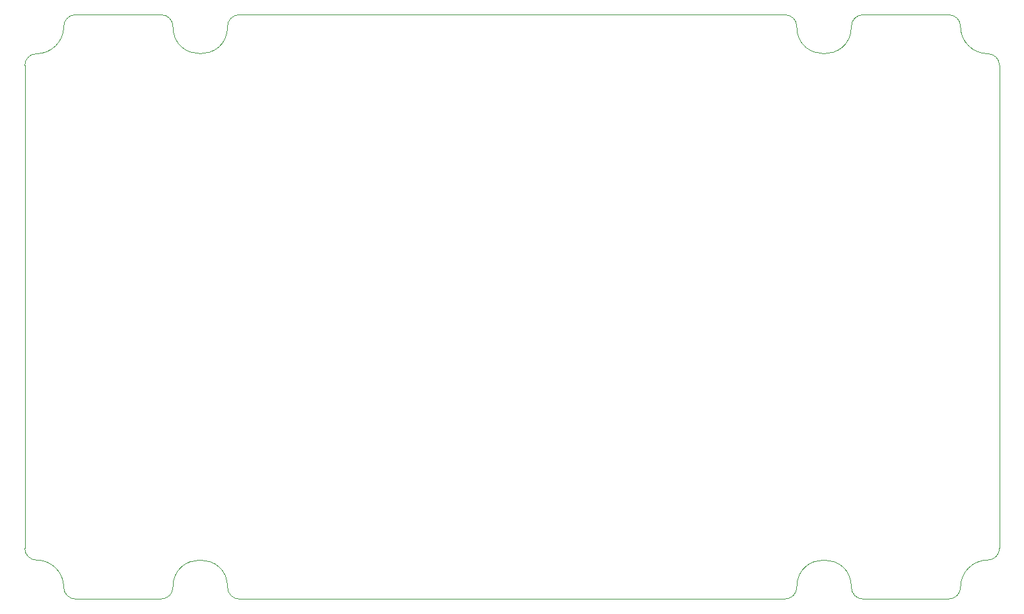
<source format=gbr>
G04 #@! TF.GenerationSoftware,KiCad,Pcbnew,(5.0.0-rc2-dev-107-g49486b83b)*
G04 #@! TF.CreationDate,2018-03-29T22:36:30+08:00*
G04 #@! TF.ProjectId,ebox-advanced,65626F782D616476616E6365642E6B69,rev?*
G04 #@! TF.SameCoordinates,Original*
G04 #@! TF.FileFunction,Profile,NP*
%FSLAX46Y46*%
G04 Gerber Fmt 4.6, Leading zero omitted, Abs format (unit mm)*
G04 Created by KiCad (PCBNEW (5.0.0-rc2-dev-107-g49486b83b)) date 03/29/18 22:36:30*
%MOMM*%
%LPD*%
G01*
G04 APERTURE LIST*
%ADD10C,0.100000*%
G04 APERTURE END LIST*
D10*
X97503000Y-75000400D02*
X27503000Y-75000400D01*
X19003000Y-73500400D02*
G75*
G02X17503000Y-75000400I-1500000J0D01*
G01*
X27503000Y-75000400D02*
G75*
G02X26003000Y-73500400I0J1500000D01*
G01*
X99003000Y-73500400D02*
G75*
G02X97503000Y-75000400I-1500000J0D01*
G01*
X99003000Y-73500400D02*
G75*
G02X106003000Y-73500400I3500000J0D01*
G01*
X120003000Y-73500400D02*
G75*
G02X118503000Y-75000400I-1500000J0D01*
G01*
X107503000Y-75000400D02*
G75*
G02X106003000Y-73500400I0J1500000D01*
G01*
X118503000Y-75000400D02*
X107503000Y-75000400D01*
X125003000Y-68500400D02*
G75*
G02X123503000Y-70000400I-1500000J0D01*
G01*
X106003000Y-1500400D02*
G75*
G02X99003000Y-1500400I-3500000J0D01*
G01*
X120003000Y-73500400D02*
G75*
G02X123503000Y-70000400I3500000J0D01*
G01*
X125003000Y-6500400D02*
X125003000Y-68500400D01*
X123503000Y-5000400D02*
G75*
G02X120003000Y-1500400I0J3500000D01*
G01*
X106003000Y-1500400D02*
G75*
G02X107503000Y-400I1500000J0D01*
G01*
X107503000Y-400D02*
X118503000Y-400D01*
X1503000Y-70000400D02*
G75*
G02X5003000Y-73500400I0J-3500000D01*
G01*
X123503000Y-5000400D02*
G75*
G02X125003000Y-6500400I0J-1500000D01*
G01*
X97503000Y-400D02*
G75*
G02X99003000Y-1500400I0J-1500000D01*
G01*
X6503000Y-75000400D02*
G75*
G02X5003000Y-73500400I0J1500000D01*
G01*
X17503000Y-75000400D02*
X6503000Y-75000400D01*
X19003000Y-73500400D02*
G75*
G02X26003000Y-73500400I3500000J0D01*
G01*
X118503000Y-400D02*
G75*
G02X120003000Y-1500400I0J-1500000D01*
G01*
X27503000Y-400D02*
X97503000Y-400D01*
X26003000Y-1500400D02*
G75*
G02X27503000Y-400I1500000J0D01*
G01*
X3000Y-68500400D02*
X3000Y-6500400D01*
X106003000Y-1500400D02*
G75*
G02X99003000Y-1500400I-3500000J0D01*
G01*
X6503000Y-400D02*
X17503000Y-400D01*
X3000Y-6500400D02*
G75*
G02X1503000Y-5000400I1500000J0D01*
G01*
X106003000Y-1500400D02*
G75*
G02X107503000Y-400I1500000J0D01*
G01*
X107503000Y-400D02*
X118503000Y-400D01*
X27503000Y-400D02*
X97503000Y-400D01*
X1503000Y-70000400D02*
G75*
G02X3000Y-68500400I0J1500000D01*
G01*
X26003000Y-1500400D02*
G75*
G02X19003000Y-1500400I-3500000J0D01*
G01*
X5003000Y-1500400D02*
G75*
G02X6503000Y-400I1500000J0D01*
G01*
X26003000Y-1500400D02*
G75*
G02X27503000Y-400I1500000J0D01*
G01*
X123503000Y-5000400D02*
G75*
G02X125003000Y-6500400I0J-1500000D01*
G01*
X17503000Y-400D02*
G75*
G02X19003000Y-1500400I0J-1500000D01*
G01*
X118503000Y-400D02*
G75*
G02X120003000Y-1500400I0J-1500000D01*
G01*
X123503000Y-5000400D02*
G75*
G02X120003000Y-1500400I0J3500000D01*
G01*
X97503000Y-400D02*
G75*
G02X99003000Y-1500400I0J-1500000D01*
G01*
X5003000Y-1500400D02*
G75*
G02X1503000Y-5000400I-3500000J0D01*
G01*
X26003000Y-1500400D02*
G75*
G02X19003000Y-1500400I-3500000J0D01*
G01*
X19003000Y-73500400D02*
G75*
G02X17503000Y-75000400I-1500000J0D01*
G01*
X17503000Y-400D02*
G75*
G02X19003000Y-1500400I0J-1500000D01*
G01*
X17503000Y-75000400D02*
X6503000Y-75000400D01*
X6503000Y-400D02*
X17503000Y-400D01*
X19003000Y-73500400D02*
G75*
G02X26003000Y-73500400I3500000J0D01*
G01*
X5003000Y-1500400D02*
G75*
G02X6503000Y-400I1500000J0D01*
G01*
X5003000Y-1500400D02*
G75*
G02X1503000Y-5000400I-3500000J0D01*
G01*
X99003000Y-73500400D02*
G75*
G02X106003000Y-73500400I3500000J0D01*
G01*
X125003000Y-68500400D02*
G75*
G02X123503000Y-70000400I-1500000J0D01*
G01*
X107503000Y-75000400D02*
G75*
G02X106003000Y-73500400I0J1500000D01*
G01*
X27503000Y-75000400D02*
G75*
G02X26003000Y-73500400I0J1500000D01*
G01*
X1503000Y-70000400D02*
G75*
G02X5003000Y-73500400I0J-3500000D01*
G01*
X97503000Y-75000400D02*
X27503000Y-75000400D01*
X120003000Y-73500400D02*
G75*
G02X118503000Y-75000400I-1500000J0D01*
G01*
X120003000Y-73500400D02*
G75*
G02X123503000Y-70000400I3500000J0D01*
G01*
X3000Y-68500400D02*
X3000Y-6500400D01*
X1503000Y-70000400D02*
G75*
G02X3000Y-68500400I0J1500000D01*
G01*
X125003000Y-6500400D02*
X125003000Y-68500400D01*
X6503000Y-75000400D02*
G75*
G02X5003000Y-73500400I0J1500000D01*
G01*
X3000Y-6500400D02*
G75*
G02X1503000Y-5000400I1500000J0D01*
G01*
X99003000Y-73500400D02*
G75*
G02X97503000Y-75000400I-1500000J0D01*
G01*
X118503000Y-75000400D02*
X107503000Y-75000400D01*
M02*

</source>
